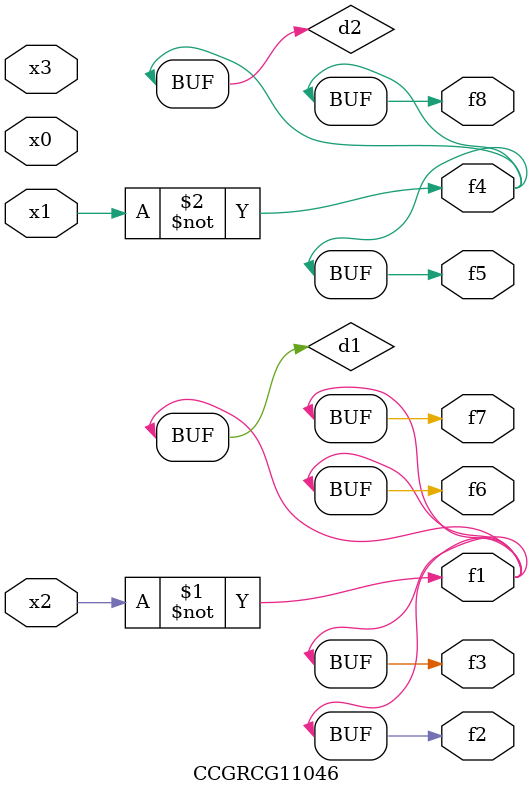
<source format=v>
module CCGRCG11046(
	input x0, x1, x2, x3,
	output f1, f2, f3, f4, f5, f6, f7, f8
);

	wire d1, d2;

	xnor (d1, x2);
	not (d2, x1);
	assign f1 = d1;
	assign f2 = d1;
	assign f3 = d1;
	assign f4 = d2;
	assign f5 = d2;
	assign f6 = d1;
	assign f7 = d1;
	assign f8 = d2;
endmodule

</source>
